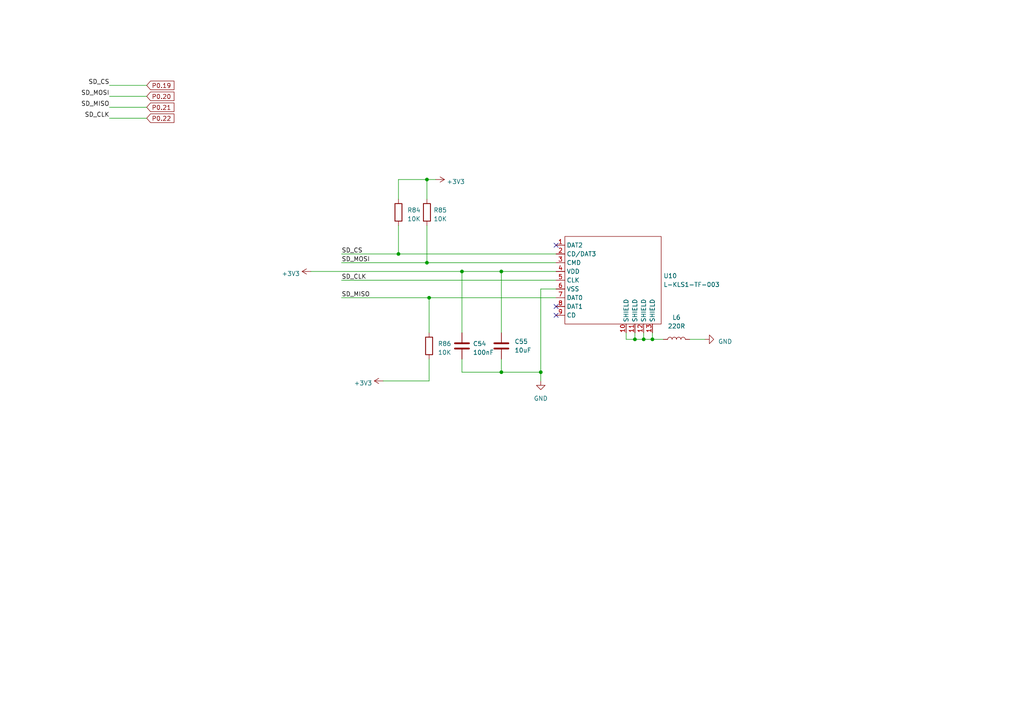
<source format=kicad_sch>
(kicad_sch (version 20230121) (generator eeschema)
  (paper "A4")
  (lib_symbols
    (symbol "Device:C" (pin_numbers hide) (pin_names (offset 0.254))
      (property "Reference" "C" (at 0.635 2.54 0))
      (property "Value" "C" (at 0.635 -2.54 0))
      (symbol "C_0_1"
        (polyline (pts (xy -2.032 -0.762) (xy 2.032 -0.762)) (stroke (width 0.508)))
        (polyline (pts (xy -2.032 0.762) (xy 2.032 0.762)) (stroke (width 0.508)))
      )
      (symbol "C_1_1"
        (pin passive line (at 0 3.81 270) (length 2.794) (name "~") (number "1"))
        (pin passive line (at 0 -3.81 90) (length 2.794) (name "~") (number "2"))
      )
    )
    (symbol "Device:L" (pin_numbers hide) (pin_names (offset 1.016) hide)
      (property "Reference" "L" (at -1.27 0 90))
      (property "Value" "L" (at 1.905 0 90))
      (symbol "L_0_1"
        (arc (start 0 -2.54) (mid 0.6323 -1.905) (end 0 -1.27))
        (arc (start 0 -1.27) (mid 0.6323 -0.635) (end 0 0))
        (arc (start 0 0) (mid 0.6323 0.635) (end 0 1.27))
        (arc (start 0 1.27) (mid 0.6323 1.905) (end 0 2.54))
      )
      (symbol "L_1_1"
        (pin passive line (at 0 3.81 270) (length 1.27) (name "1") (number "1"))
        (pin passive line (at 0 -3.81 90) (length 1.27) (name "2") (number "2"))
      )
    )
    (symbol "Device:R" (pin_numbers hide) (pin_names (offset 0))
      (property "Reference" "R" (at 2.032 0 90))
      (property "Value" "R" (at 0 0 90))
      (symbol "R_0_1"
        (rectangle (start -1.016 -2.54) (end 1.016 2.54) (stroke (width 0.254)))
      )
      (symbol "R_1_1"
        (pin passive line (at 0 3.81 270) (length 1.27) (name "~") (number "1"))
        (pin passive line (at 0 -3.81 90) (length 1.27) (name "~") (number "2"))
      )
    )
    (symbol "L-KLS1-TF-003-H1.85-R:L-KLS1-TF-003"
      (property "Reference" "U?" (at 10.16 15.24 0))
      (property "Value" "L-KLS1-TF-003" (at 2.54 -15.24 0))
      (symbol "L-KLS1-TF-003_0_1"
        (rectangle (start -5.08 12.7) (end 22.86 -12.7))
      )
      (symbol "L-KLS1-TF-003_1_1"
        (pin input line (at -7.62 10.16 0) (length 2.54) (name "DAT2") (number "1"))
        (pin input line (at 12.7 -15.24 90) (length 2.54) (name "SHIELD") (number "10"))
        (pin input line (at 15.24 -15.24 90) (length 2.54) (name "SHIELD") (number "11"))
        (pin input line (at 17.78 -15.24 90) (length 2.54) (name "SHIELD") (number "12"))
        (pin input line (at 20.32 -15.24 90) (length 2.54) (name "SHIELD") (number "13"))
        (pin input line (at -7.62 7.62 0) (length 2.54) (name "CD/DAT3") (number "2"))
        (pin input line (at -7.62 5.08 0) (length 2.54) (name "CMD") (number "3"))
        (pin input line (at -7.62 2.54 0) (length 2.54) (name "VDD") (number "4"))
        (pin input line (at -7.62 0 0) (length 2.54) (name "CLK") (number "5"))
        (pin input line (at -7.62 -2.54 0) (length 2.54) (name "VSS") (number "6"))
        (pin input line (at -7.62 -5.08 0) (length 2.54) (name "DAT0") (number "7"))
        (pin input line (at -7.62 -7.62 0) (length 2.54) (name "DAT1") (number "8"))
        (pin input line (at -7.62 -10.16 0) (length 2.54) (name "CD") (number "9"))
      )
    )
    (symbol "power:+3V3" (power) (pin_names (offset 0))
      (property "Value" "+3V3" (at 0 3.556 0))
      (symbol "+3V3_0_1"
        (polyline (pts (xy -0.762 1.27) (xy 0 2.54)))
        (polyline (pts (xy 0 0) (xy 0 2.54)))
        (polyline (pts (xy 0 2.54) (xy 0.762 1.27)))
      )
      (symbol "+3V3_1_1"
        (pin power_in line (at 0 0 90) (length 0) hide (name "+3V3") (number "1"))
      )
    )
    (symbol "power:GND" (power) (pin_names (offset 0))
      (property "Value" "GND" (at 0 -3.81 0))
      (symbol "GND_0_1"
        (polyline (pts (xy 0 0) (xy 0 -1.27) (xy 1.27 -1.27) (xy 0 -2.54) (xy -1.27 -1.27) (xy 0 -1.27)))
      )
      (symbol "GND_1_1"
        (pin power_in line (at 0 0 270) (length 0) hide (name "GND") (number "1"))
      )
    )
  )
  (junction (at 145.415 78.74))
  (junction (at 189.23 98.425))
  (junction (at 115.57 73.66))
  (junction (at 124.46 86.36))
  (junction (at 145.415 107.95))
  (junction (at 123.825 76.2))
  (junction (at 156.845 107.95))
  (junction (at 123.825 52.07))
  (junction (at 133.985 78.74))
  (junction (at 184.15 98.425))
  (junction (at 186.69 98.425))
  (no_connect (at 161.29 88.9))
  (no_connect (at 161.29 91.44))
  (no_connect (at 161.29 71.12))
  (wire (pts (xy 124.46 104.14) (xy 124.46 110.49)))
  (wire (pts (xy 123.825 52.07) (xy 126.365 52.07)))
  (wire (pts (xy 145.415 78.74) (xy 161.29 78.74)))
  (wire (pts (xy 31.75 27.94) (xy 42.545 27.94)))
  (wire (pts (xy 90.17 78.74) (xy 133.985 78.74)))
  (wire (pts (xy 186.69 98.425) (xy 189.23 98.425)))
  (wire (pts (xy 124.46 96.52) (xy 124.46 86.36)))
  (wire (pts (xy 204.47 98.425) (xy 200.025 98.425)))
  (wire (pts (xy 156.845 107.95) (xy 156.845 110.49)))
  (wire (pts (xy 123.825 52.07) (xy 115.57 52.07)))
  (wire (pts (xy 145.415 104.14) (xy 145.415 107.95)))
  (wire (pts (xy 186.69 96.52) (xy 186.69 98.425)))
  (wire (pts (xy 99.06 86.36) (xy 124.46 86.36)))
  (wire (pts (xy 124.46 86.36) (xy 161.29 86.36)))
  (wire (pts (xy 189.23 98.425) (xy 192.405 98.425)))
  (wire (pts (xy 184.15 96.52) (xy 184.15 98.425)))
  (wire (pts (xy 111.125 110.49) (xy 124.46 110.49)))
  (wire (pts (xy 123.825 76.2) (xy 161.29 76.2)))
  (wire (pts (xy 181.61 98.425) (xy 184.15 98.425)))
  (wire (pts (xy 99.06 76.2) (xy 123.825 76.2)))
  (wire (pts (xy 145.415 107.95) (xy 156.845 107.95)))
  (wire (pts (xy 161.29 83.82) (xy 156.845 83.82)))
  (wire (pts (xy 31.75 31.115) (xy 42.545 31.115)))
  (wire (pts (xy 133.985 107.95) (xy 145.415 107.95)))
  (wire (pts (xy 115.57 65.405) (xy 115.57 73.66)))
  (wire (pts (xy 115.57 73.66) (xy 161.29 73.66)))
  (wire (pts (xy 189.23 96.52) (xy 189.23 98.425)))
  (wire (pts (xy 115.57 57.785) (xy 115.57 52.07)))
  (wire (pts (xy 123.825 65.405) (xy 123.825 76.2)))
  (wire (pts (xy 99.06 81.28) (xy 161.29 81.28)))
  (wire (pts (xy 31.75 34.29) (xy 42.545 34.29)))
  (wire (pts (xy 184.15 98.425) (xy 186.69 98.425)))
  (wire (pts (xy 99.06 73.66) (xy 115.57 73.66)))
  (wire (pts (xy 145.415 78.74) (xy 145.415 96.52)))
  (wire (pts (xy 31.75 24.765) (xy 42.545 24.765)))
  (wire (pts (xy 133.985 78.74) (xy 145.415 78.74)))
  (wire (pts (xy 181.61 96.52) (xy 181.61 98.425)))
  (wire (pts (xy 133.985 78.74) (xy 133.985 96.52)))
  (wire (pts (xy 123.825 57.785) (xy 123.825 52.07)))
  (wire (pts (xy 156.845 83.82) (xy 156.845 107.95)))
  (wire (pts (xy 133.985 104.14) (xy 133.985 107.95)))
  (label "SD_MOSI" (at 31.75 27.94 180))
  (label "SD_CLK" (at 31.75 34.29 180))
  (label "SD_CLK" (at 99.06 81.28 0))
  (label "SD_MOSI" (at 99.06 76.2 0))
  (label "SD_CS" (at 99.06 73.66 0))
  (label "SD_CS" (at 31.75 24.765 180))
  (label "SD_MISO" (at 99.06 86.36 0))
  (label "SD_MISO" (at 31.75 31.115 180))
  (global_label "P0.20" (shape input) (at 42.545 27.94 0) (property "Intersheetrefs" "${INTERSHEET_REFS}" (effects hide)))
  (global_label "P0.19" (shape input) (at 42.545 24.765 0) (property "Intersheetrefs" "${INTERSHEET_REFS}" (effects hide)))
  (global_label "P0.21" (shape input) (at 42.545 31.115 0) (property "Intersheetrefs" "${INTERSHEET_REFS}" (effects hide)))
  (global_label "P0.22" (shape input) (at 42.545 34.29 0) (property "Intersheetrefs" "${INTERSHEET_REFS}" (effects hide)))
  (symbol (lib_id "power:GND") (at 156.845 110.49 0) (unit 1)
    (property "Reference" "#PWR0134" (effects hide))
    (property "Value" "GND" (at 156.845 115.57 0))
  )
  (symbol (lib_id "Device:C") (at 133.985 100.33 0) (unit 1)
    (property "Reference" "C54" (at 137.16 99.695 0) (effects (justify left)))
    (property "Value" "100nF" (at 137.16 102.235 0) (effects (justify left)))
    (property "Footprint" "Capacitor_SMD:C_0603_1608Metric" (effects hide))
    (instances (project "DeskSandGlass" (path "" (reference "C54") (unit 1))) (project "LinuxCore" (path "" (reference "C64") (unit 1))))
  )
  (symbol (lib_id "L-KLS1-TF-003-H1.85-R:L-KLS1-TF-003") (at 168.91 81.28 0) (unit 1)
    (property "Reference" "U10" (at 192.405 80.0099 0) (effects (justify left)))
    (property "Value" "L-KLS1-TF-003" (at 192.405 82.55 0) (effects (justify left)))
    (property "Footprint" "Footprints:L-KLS1-TF-003-H1.85-R" (effects hide))
    (instances (project "DeskSandGlass" (path "" (reference "U10") (unit 1))) (project "LinuxCore" (path "" (reference "U8") (unit 1))))
  )
  (symbol (lib_id "Device:L") (at 196.215 98.425 90) (unit 1)
    (property "Reference" "L6" (at 196.215 92.075 90))
    (property "Value" "220R" (at 196.215 94.615 90))
    (property "Footprint" "Inductor_SMD:L_0603_1608Metric" (effects hide))
    (instances (project "DeskSandGlass" (path "" (reference "L6") (unit 1))) (project "LinuxCore" (path "" (reference "L9") (unit 1))))
  )
  (symbol (lib_id "power:+3V3") (at 90.17 78.74 90) (unit 1)
    (property "Reference" "#PWR0131" (effects hide))
    (property "Value" "+3V3" (at 86.995 79.375 90) (effects (justify left)))
  )
  (symbol (lib_id "Device:R") (at 124.46 100.33 0) (unit 1)
    (property "Reference" "R86" (at 127 99.695 0) (effects (justify left)))
    (property "Value" "10K" (at 127 102.235 0) (effects (justify left)))
    (property "Footprint" "Resistor_SMD:R_0603_1608Metric" (effects hide))
  )
  (symbol (lib_id "Device:R") (at 115.57 61.595 0) (unit 1)
    (property "Reference" "R84" (at 118.11 60.96 0) (effects (justify left)))
    (property "Value" "10K" (at 118.11 63.5 0) (effects (justify left)))
    (property "Footprint" "Resistor_SMD:R_0603_1608Metric" (effects hide))
  )
  (symbol (lib_id "power:+3V3") (at 111.125 110.49 90) (unit 1)
    (property "Reference" "#PWR0132" (effects hide))
    (property "Value" "+3V3" (at 107.95 111.125 90) (effects (justify left)))
  )
  (symbol (lib_id "Device:R") (at 123.825 61.595 0) (unit 1)
    (property "Reference" "R85" (at 125.73 60.96 0) (effects (justify left)))
    (property "Value" "10K" (at 125.73 63.5 0) (effects (justify left)))
    (property "Footprint" "Resistor_SMD:R_0603_1608Metric" (effects hide))
  )
  (symbol (lib_id "power:+3V3") (at 126.365 52.07 270) (unit 1)
    (property "Reference" "#PWR0133" (effects hide))
    (property "Value" "+3V3" (at 129.54 52.705 90) (effects (justify left)))
  )
  (symbol (lib_id "power:GND") (at 204.47 98.425 90) (unit 1)
    (property "Reference" "#PWR0135" (effects hide))
    (property "Value" "GND" (at 208.28 99.06 90) (effects (justify right)))
  )
  (symbol (lib_id "Device:C") (at 145.415 100.33 0) (unit 1)
    (property "Reference" "C55" (at 149.225 99.0599 0) (effects (justify left)))
    (property "Value" "10uF" (at 149.225 101.5999 0) (effects (justify left)))
    (property "Footprint" "Capacitor_SMD:C_0603_1608Metric" (effects hide))
    (instances (project "DeskSandGlass" (path "" (reference "C55") (unit 1))) (project "LinuxCore" (path "" (reference "C65") (unit 1))))
  )
)
</source>
